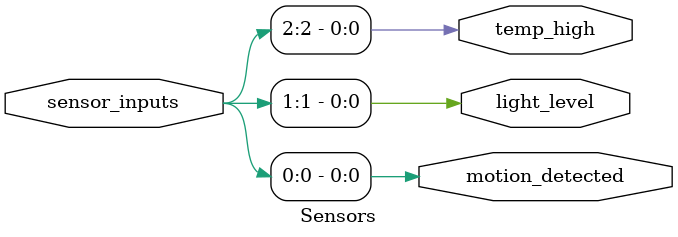
<source format=v>
module Sensors(
    input wire [3:0] sensor_inputs,  // Inputs from temperature, motion, light, etc.
    output wire motion_detected,
    output wire light_level,
    output wire temp_high
);

    assign motion_detected = sensor_inputs[0];
    assign light_level     = sensor_inputs[1];
    assign temp_high       = sensor_inputs[2];

endmodule

</source>
